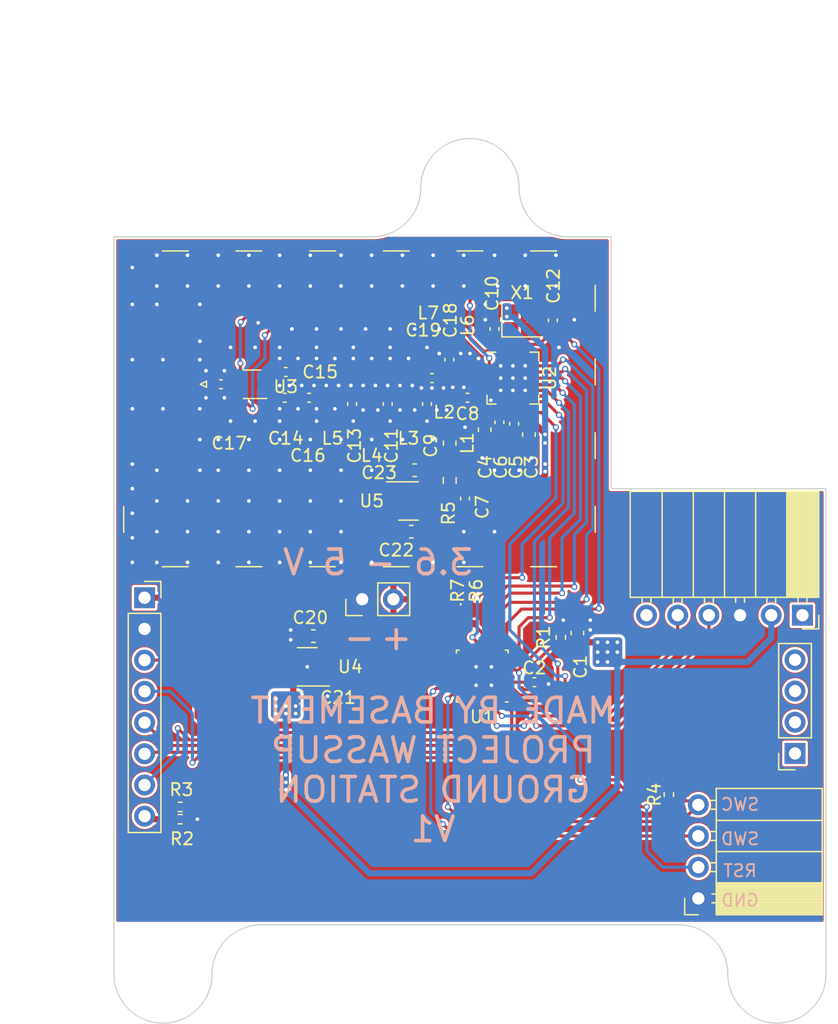
<source format=kicad_pcb>
(kicad_pcb (version 20211014) (generator pcbnew)
  (layers (0 "F.Cu" signal) (31 "B.Cu" signal) (34 "B.Paste" user) (35 "F.Paste" user) (36 "B.SilkS" user "B.Silkscreen") (37 "F.SilkS" user "F.Silkscreen") (38 "B.Mask" user) (39 "F.Mask" user) (44 "Edge.Cuts" user))
  (net 0 "")
  (net 1 "+3V3")
  (net 2 "GND")
  (net 3 "+3.3VA")
  (net 4 "Net-(C8-Pad1)")
  (net 5 "/TRX/TX_UM")
  (net 6 "/TRX/TX_M")
  (net 7 "Net-(C11-Pad2)")
  (net 8 "Net-(C12-Pad1)")
  (net 9 "/TRX/XOUT")
  (net 10 "Net-(C13-Pad2)")
  (net 11 "Net-(C14-Pad1)")
  (net 12 "/TRX/TX")
  (net 13 "/TRX/RX")
  (net 14 "Net-(C15-Pad2)")
  (net 15 "/TRX/TX_F")
  (net 16 "Net-(C17-Pad1)")
  (net 17 "/TRX/ANT")
  (net 18 "/TRX/RXp")
  (net 19 "/TRX/RXn")
  (net 20 "VCC")
  (net 21 "/MCU/D_CS")
  (net 22 "/MCU/D_RST")
  (net 23 "/MCU/D_A0")
  (net 24 "/MCU/D_SDA")
  (net 25 "/MCU/SD_SCK")
  (net 26 "/MCU/SD_MISO")
  (net 27 "/MCU/SD_MOSI")
  (net 28 "/MCU/SD_CS")
  (net 29 "/MCU/STA")
  (net 30 "/MCU/TX")
  (net 31 "/MCU/RX")
  (net 32 "/MCU/EN")
  (net 33 "/MCU/RST")
  (net 34 "/MCU/SWD")
  (net 35 "/MCU/SWC")
  (net 36 "Net-(L1-Pad2)")
  (net 37 "BATT")
  (net 38 "GPIO0")
  (net 39 "RF_IRQ")
  (net 40 "RF_SCK")
  (net 41 "RF_SDN")
  (net 42 "RF_CS")
  (net 43 "RF_MISO")
  (net 44 "RF_MOSI")
  (net 47 "GPIO1")
  (net 53 "/MCU/D_SCK")
  (net 57 "/TRX/GPIO2")
  (net 58 "/TRX/GPIO3")
  (net 62 "/MCU/D_LED")
  (footprint "Connector_PinHeader_2.54mm:PinHeader_1x02_P2.54mm_Vertical" (layer "F.Cu") (at 98.225 55.5 90)
    (fp_text reference "J6" hide)
    (fp_text value "BAT" hide)
  )
  (footprint "Capacitor_SMD:C_0402_1005Metric" (layer "F.Cu") (at 100.3 39.6 90)
    (fp_text reference "C11")
    (fp_text value "12pF")
  )
  (footprint "Capacitor_SMD:C_0603_1608Metric" (layer "F.Cu") (at 111.8 42.1 -90)
    (fp_text reference "C3")
    (fp_text value "4.7uF")
  )
  (footprint "Inductor_SMD:L_0402_1005Metric" (layer "F.Cu") (at 98.8 39.1 180)
    (fp_text reference "L4")
    (fp_text value "36nH")
  )
  (footprint "Capacitor_SMD:C_0402_1005Metric" (layer "F.Cu") (at 113.75 32.8 -90)
    (fp_text reference "C12")
    (fp_text value "100pF")
  )
  (footprint "Package_TO_SOT_SMD:SOT-363_SC-70-6" (layer "F.Cu") (at 89.25 38 180)
    (fp_text reference "U3")
    (fp_text value "AS179-92LF")
  )
  (footprint "Capacitor_SMD:C_0402_1005Metric" (layer "F.Cu") (at 105.325 36 -90)
    (fp_text reference "C18")
    (fp_text value "4.7pF")
  )
  (footprint "Capacitor_SMD:C_0603_1608Metric" (layer "F.Cu") (at 102.5 45 180)
    (fp_text reference "C23")
    (fp_text value "1uF")
  )
  (footprint "MountingHole:MountingHole_3mm" (layer "F.Cu") (at 82 86)
    (fp_text reference "H4" hide)
    (fp_text value "M3" hide)
  )
  (footprint "Resistor_SMD:R_0402_1005Metric" (layer "F.Cu") (at 83.4 72.4 180)
    (fp_text reference "R2")
    (fp_text value "12k")
  )
  (footprint "Capacitor_SMD:C_0402_1005Metric" (layer "F.Cu") (at 92 37 180)
    (fp_text reference "C15")
    (fp_text value "680pF")
  )
  (footprint "Package_DFN_QFN:QFN-20-1EP_4x4mm_P0.5mm_EP2.6x2.6mm_ThermalVias" (layer "F.Cu") (at 110.5 37.5)
    (fp_text reference "U2")
    (fp_text value "Si4463")
  )
  (footprint "Capacitor_SMD:C_0603_1608Metric" (layer "F.Cu") (at 94.25 58.5 180)
    (fp_text reference "C20")
    (fp_text value "1uF")
  )
  (footprint "Package_TO_SOT_SMD:SOT-23-5" (layer "F.Cu") (at 102 47.5)
    (fp_text reference "U5")
    (fp_text value "LP5907MFX-3.3")
  )
  (footprint "Capacitor_SMD:C_0402_1005Metric" (layer "F.Cu") (at 103.9 37.5 180)
    (fp_text reference "C19")
    (fp_text value "2.4pF")
  )
  (footprint "Capacitor_SMD:C_0603_1608Metric" (layer "F.Cu") (at 115.75 58.25 90)
    (fp_text reference "C1")
    (fp_text value "4.7uF")
  )
  (footprint "LED_SMD:LED_0402_1005Metric" (layer "F.Cu") (at 106.25 57 -90)
    (fp_text reference "R6")
    (fp_text value "12k")
  )
  (footprint "Capacitor_SMD:C_0402_1005Metric" (layer "F.Cu") (at 110.6 41.22 -90)
    (fp_text reference "C5")
    (fp_text value "0.1uF")
  )
  (footprint "Connector_PinSocket_2.54mm:PinSocket_1x06_P2.54mm_Horizontal" (layer "F.Cu") (at 134.08 56.8 -90)
    (fp_text reference "J3" hide)
    (fp_text value "UART/BT" hide)
  )
  (footprint "Capacitor_SMD:C_0402_1005Metric" (layer "F.Cu") (at 93.9 39.1)
    (fp_text reference "C16")
    (fp_text value "10pF")
  )
  (footprint "Resistor_SMD:R_0402_1005Metric" (layer "F.Cu") (at 123.2 71.4 90)
    (fp_text reference "R4")
    (fp_text value "12k")
  )
  (footprint "Capacitor_SMD:C_0603_1608Metric" (layer "F.Cu") (at 102.225 50)
    (fp_text reference "C22")
    (fp_text value "1uF")
  )
  (footprint "Connector_PinSocket_2.54mm:PinSocket_1x04_P2.54mm_Vertical" (layer "F.Cu") (at 133.475 68.05 180)
    (fp_text reference "J2" hide)
    (fp_text value "SD" hide)
  )
  (footprint "RF_Shielding:Laird_Technologies_BMI-S-205-F_38.10x25.40mm" (layer "F.Cu") (at 98 40)
    (fp_text reference "J7" hide)
    (fp_text value "RFShield_OnePiece" hide)
  )
  (footprint "Inductor_SMD:L_0402_1005Metric" (layer "F.Cu") (at 101.9 39.1 180)
    (fp_text reference "L3")
    (fp_text value "30nH")
  )
  (footprint "Capacitor_SMD:C_0402_1005Metric" (layer "F.Cu") (at 97.4 39.6 90)
    (fp_text reference "C13")
    (fp_text value "10pF")
  )
  (footprint "Inductor_SMD:L_0402_1005Metric" (layer "F.Cu") (at 95.9 39.1 180)
    (fp_text reference "L5")
    (fp_text value "22nH")
  )
  (footprint "Capacitor_SMD:C_0402_1005Metric" (layer "F.Cu") (at 103.5 39.6 90)
    (fp_text reference "C9")
    (fp_text value "15pF")
  )
  (footprint "Capacitor_SMD:C_0402_1005Metric" (layer "F.Cu") (at 109 33.5 90)
    (fp_text reference "C10")
    (fp_text value "10nF")
  )
  (footprint "Resistor_SMD:R_0402_1005Metric" (layer "F.Cu") (at 83.4 73.4)
    (fp_text reference "R3")
    (fp_text value "12k")
  )
  (footprint "MountingHole:MountingHole_3mm" (layer "F.Cu") (at 107 22)
    (fp_text reference "H2" hide)
    (fp_text value "M3" hide)
  )
  (footprint "Inductor_SMD:L_0402_1005Metric" (layer "F.Cu") (at 103.9 36.5 180)
    (fp_text reference "L7")
    (fp_text value "56nH")
  )
  (footprint "Capacitor_SMD:C_0402_1005Metric" (layer "F.Cu") (at 106.6 47.3 90)
    (fp_text reference "C7")
    (fp_text value "0.1uF")
  )
  (footprint "Inductor_SMD:L_0402_1005Metric" (layer "F.Cu") (at 104.9 39.1 180)
    (fp_text reference "L2")
    (fp_text value "33nH")
  )
  (footprint "Resistor_SMD:R_0603_1608Metric" (layer "F.Cu") (at 105.35 45.825 90)
    (fp_text reference "R5")
    (fp_text value "24")
  )
  (footprint "Inductor_SMD:L_0402_1005Metric" (layer "F.Cu") (at 106.3 37 90)
    (fp_text reference "L6")
    (fp_text value "62nH")
  )
  (footprint "Connector_PinSocket_2.54mm:PinSocket_1x04_P2.54mm_Horizontal" (layer "F.Cu") (at 125.6 79.85 180)
    (fp_text reference "J4" hide)
    (fp_text value "DEBUG" hide)
  )
  (footprint "Connector_PinSocket_2.54mm:PinSocket_1x08_P2.54mm_Vertical" (layer "F.Cu") (at 80.5 55.375)
    (fp_text reference "J1" hide)
    (fp_text value "LCD" hide)
  )
  (footprint "Capacitor_SMD:C_0402_1005Metric" (layer "F.Cu") (at 91.92 39.1)
    (fp_text reference "C14")
    (fp_text value "680pF")
  )
  (footprint "Package_TO_SOT_SMD:SOT-23-5" (layer "F.Cu") (at 93.75 61 180)
    (fp_text reference "U4")
    (fp_text value "LP5907MFX-3.3")
  )
  (footprint "Connector_Coaxial:SMA_Molex_73251-1153_EdgeMount_Horizontal" (layer "F.Cu") (at 83.04 38)
    (fp_text reference "J5" hide)
    (fp_text value "SMA" hide)
  )
  (footprint "Capacitor_SMD:C_0603_1608Metric" (layer "F.Cu") (at 108.2 41.7 -90)
    (fp_text reference "C4")
    (fp_text value "4.7uF")
  )
  (footprint "LED_SMD:LED_0402_1005Metric" (layer "F.Cu") (at 107.25 57 90)
    (fp_text reference "R7")
    (fp_text value "12k")
  )
  (footprint "Capacitor_SMD:C_0402_1005Metric" (layer "F.Cu") (at 86.72 38 180)
    (fp_text reference "C17")
    (fp_text value "680pF")
  )
  (footprint "Resistor_SMD:R_0402_1005Metric" (layer "F.Cu") (at 114.4 58.6 -90)
    (fp_text reference "R1")
    (fp_text value "12k")
  )
  (footprint "Crystal:Crystal_SMD_2520-4Pin_2.5x2.0mm" (layer "F.Cu") (at 111.25 32.75)
    (fp_text reference "X1")
    (fp_text value "TCXO 30 MHz")
  )
  (footprint "Capacitor_SMD:C_0402_1005Metric" (layer "F.Cu") (at 109.4 41.1 -90)
    (fp_text reference "C6")
    (fp_text value "0.1uF")
  )
  (footprint "Package_DFN_QFN:QFN-28_4x4mm_P0.5mm" (layer "F.Cu") (at 108 61.75 180)
    (fp_text reference "U1")
    (fp_text value "STM32G071GBU")
  )
  (footprint "Capacitor_SMD:C_0402_1005Metric" (layer "F.Cu") (at 112.25 62.25)
    (fp_text reference "C2")
    (fp_text value "0.1uF")
  )
  (footprint "Capacitor_SMD:C_0603_1608Metric" (layer "F.Cu") (at 93.25 63.5)
    (fp_text reference "C21")
    (fp_text value "1uF")
  )
  (footprint "Capacitor_SMD:C_0402_1005Metric" (layer "F.Cu") (at 106.8 39.1)
    (fp_text reference "C8")
    (fp_text value "9.1pF")
  )
  (footprint "Inductor_SMD:L_0603_1608Metric" (layer "F.Cu") (at 105.35 42.8 -90)
    (fp_text reference "L1")
    (fp_text value "220nH")
  )
  (footprint "MountingHole:MountingHole_3mm" (layer "F.Cu") (at 132 86)
    (fp_text reference "H3" hide)
    (fp_text value "M3" hide)
  )
  (gr_arc (start 132 90) (mid 129.171573 88.828427) (end 128 86) (layer "Edge.Cuts") (width 0.1))
  (gr_arc (start 86 86) (mid 87.171573 83.171573) (end 90 82) (layer "Edge.Cuts") (width 0.1))
  (gr_line (start 78 26) (end 99 26) (layer "Edge.Cuts") (width 0.1))
  (gr_arc (start 82 90) (mid 79.171573 88.828427) (end 78 86) (layer "Edge.Cuts") (width 0.1))
  (gr_arc (start 136 86) (mid 134.828427 88.828427) (end 132 90) (layer "Edge.Cuts") (width 0.1))
  (gr_arc (start 107 18) (mid 109.828427 19.171573) (end 111 22) (layer "Edge.Cuts") (width 0.1))
  (gr_line (start 124 82) (end 90 82) (layer "Edge.Cuts") (width 0.1))
  (gr_line (start 78 86) (end 78 26) (layer "Edge.Cuts") (width 0.1))
  (gr_line (start 136 46.5) (end 136 86) (layer "Edge.Cuts") (width 0.1))
  (gr_arc (start 124 82) (mid 126.828427 83.171573) (end 128 86) (layer "Edge.Cuts") (width 0.1))
  (gr_line (start 118.5 46.5) (end 118.5 26) (layer "Edge.Cuts") (width 0.1))
  (gr_arc (start 86 86) (mid 84.828427 88.828427) (end 82 90) (layer "Edge.Cuts") (width 0.1))
  (gr_arc (start 115 26) (mid 112.171573 24.828427) (end 111 22) (layer "Edge.Cuts") (width 0.1))
  (gr_line (start 136 46.5) (end 118.5 46.5) (layer "Edge.Cuts") (width 0.1))
  (gr_line (start 118.5 26) (end 115 26) (layer "Edge.Cuts") (width 0.1))
  (gr_arc (start 103 22) (mid 101.828427 24.828427) (end 99 26) (layer "Edge.Cuts") (width 0.1))
  (gr_arc (start 103 22) (mid 104.171573 19.171573) (end 107 18) (layer "Edge.Cuts") (width 0.1))
  (gr_text "-" (at 98 58.6) (layer "B.SilkS") (effects (font (size 2 2) (thickness 0.3)) (justify mirror)))
  (gr_text "+" (at 101 58.6) (layer "B.SilkS") (effects (font (size 2 2) (thickness 0.3)) (justify mirror)))
  (gr_text "SWC\n" (at 129 72.2) (layer "B.SilkS") (effects (font (size 1 1)) (justify mirror)))
  (gr_text "GND" (at 129 80) (layer "B.SilkS") (effects (font (size 1 1)) (justify mirror)))
  (gr_text "RST" (at 129 77.6) (layer "B.SilkS") (effects (font (size 1 1)) (justify mirror)))
  (gr_text "MADE BY BASEMENT\nPROJECT WASSUP\nGROUND STATION\nV1" (at 104 69.4) (layer "B.SilkS") (effects (font (size 2 2) (thickness 0.3)) (justify mirror)))
  (gr_text "SWD" (at 129 75) (layer "B.SilkS") (effects (font (size 1 1)) (justify mirror)))
  (gr_text "3.6 - 5 V" (at 99.5 52.5) (layer "B.SilkS") (effects (font (size 2 2) (thickness 0.3)) (justify mirror)))
  (segment (start 92 70.4) (end 92 69.8) (width 0.5) (layer "F.Cu") (net 1))
  (segment (start 80.5 55.375) (end 83.375 55.375) (width 0.5) (layer "F.Cu") (net 1))
  (segment (start 92 71) (end 92 70.4) (width 0.5) (layer "F.Cu") (net 1))
  (segment (start 111.77 62.25) (end 111.77 61.23) (width 0.25) (layer "F.Cu") (net 1))
  (segment (start 92.4875 63.4875) (end 92.475 63.5) (width 0.5) (layer "F.Cu") (net 1))
  (segment (start 90.6 72.4) (end 92 71) (width 0.5) (layer "F.Cu") (net 1))
  (segment (start 92.5875 63.3875) (end 92.4875 63.4875) (width 0.5) (layer "F.Cu") (net 1))
  (segment (start 92.6125 63.3625) (end 92.5875 63.3875) (width 0.5) (layer "F.Cu") (net 1))
  (segment (start 90 62) (end 92.5625 62) (width 0.5) (layer "F.Cu") (net 1))
  (segment (start 111.77 61.23) (end 113.975 59.025) (width 0.25) (layer "F.Cu") (net 1))
  (segment (start 92.6125 61.95) (end 92.6125 62.3875) (width 0.5) (layer "F.Cu") (net 1))
  (segment (start 92.5625 62) (end 92.6125 61.95) (width 0.5) (layer "F.Cu") (net 1))
  (segment (start 92.6125 62.7875) (end 92.6125 63.3625) (width 0.5) (layer "F.Cu") (net 1))
  (segment (start 113.975 59.025) (end 115.75 59.025) (width 0.25) (layer "F.Cu") (net 1))
  (segment (start 115.775 59) (end 115.75 59.025) (width 0.5) (layer "F.Cu") (net 1))
  (segment (start 83.91 72.4) (end 90.6 72.4) (width 0.5) (layer "F.Cu") (net 1))
  (segment (start 109.9375 62.25) (end 111.77 62.25) (width 0.25) (layer "F.Cu") (net 1))
  (segment (start 119 59) (end 115.775 59) (width 0.5) (layer "F.Cu") (net 1))
  (segment (start 92.6125 62.3875) (end 92.6125 62.7875) (width 0.5) (layer "F.Cu") (net 1))
  (segment (start 83.375 55.375) (end 90 62) (width 0.5) (layer "F.Cu") (net 1))
  (via (at 92 70.4) (size 0.5) (drill 0.3) (layers "F.Cu" "B.Cu") (net 1))
  (via (at 118.2 59.8) (size 0.5) (drill 0.3) (layers "F.Cu" "B.Cu") (net 1))
  (via (at 118.2 59) (size 0.5) (drill 0.3) (layers "F.Cu" "B.Cu") (net 1))
  (via (at 119 59) (size 0.5) (drill 0.3) (layers "F.Cu" "B.Cu") (net 1))
  (via (at 92 71) (size 0.5) (drill 0.3) (layers "F.Cu" "B.Cu") (net 1))
  (via (at 92 69.8) (size 0.5) (drill 0.3) (layers "F.Cu" "B.Cu") (net 1))
  (via (at 92.8 64.8) (size 0.5) (drill 0.3) (layers "F.Cu" "B.Cu") (net 1))
  (via (at 92 64.8) (size 0.5) (drill 0.3) (layers "F.Cu" "B.Cu") (net 1))
  (via (at 118.2 60.6) (size 0.5) (drill 0.3) (layers "F.Cu" "B.Cu") (net 1))
  (via (at 92.8 64.2) (size 0.5) (drill 0.3) (layers "F.Cu" "B.Cu") (net 1))
  (via (at 92 64.2) (size 0.5) (drill 0.3) (layers "F.Cu" "B.Cu") (net 1))
  (via (at 119 59.8) (size 0.5) (drill 0.3) (layers "F.Cu" "B.Cu") (net 1))
  (via (at 91.2 64.2) (size 0.5) (drill 0.3) (layers "F.Cu" "B.Cu") (net 1))
  (via (at 91.2 63.6) (size 0.5) (drill 0.3) (layers "F.Cu" "B.Cu") (net 1))
  (via (at 117.4 59) (size 0.5) (drill 0.3) (layers "F.Cu" "B.Cu") (net 1))
  (via (at 91.2 64.8) (size 0.5) (drill 0.3) (layers "F.Cu" "B.Cu") (net 1))
  (via (at 117.4 59.8) (size 0.5) (drill 0.3) (layers "F.Cu" "B.Cu") (net 1))
  (via (at 117.4 60.6) (size 0.5) (drill 0.3) (layers "F.Cu" "B.Cu") (net 1))
  (segment (start 98.8 77.8) (end 112 77.8) (width 0.5) (layer "B.Cu") (net 1))
  (segment (start 119 60.6) (end 119.4 60.6) (width 0.5) (layer "B.Cu") (net 1))
  (segment (start 112 77.8) (end 119 70.8) (width 0.5) (layer "B.Cu") (net 1))
  (segment (start 131.54 58.66) (end 131.54 57) (width 0.5) (layer "B.Cu") (net 1))
  (segment (start 119 61.2) (end 119 60.6) (width 0.5) (layer "B.Cu") (net 1))
  (segment (start 119.4 60.6) (end 119.8 60.6) (width 0.5) (layer "B.Cu") (net 1))
  (segment (start 121.2 60.6) (end 129.6 60.6) (width 0.5) (layer "B.Cu") (net 1))
  (segment (start 129.6 60.6) (end 131.54 58.66) (width 0.5) (layer "B.Cu") (net 1))
  (segment (start 119 61.4) (end 119 61.2) (width 0.5) (layer "B.Cu") (net 1))
  (segment (start 92 64.2) (end 92 71) (width 0.5) (layer "B.Cu") (net 1))
  (segment (start 92 71) (end 98.8 77.8) (width 0.5) (layer "B.Cu") (net 1))
  (segment (start 119.8 60.6) (end 120.2 60.6) (width 0.5) (layer "B.Cu") (net 1))
  (segment (start 119 70.8) (end 119 61.4) (width 0.5) (layer "B.Cu") (net 1))
  (segment (start 120.2 60.6) (end 121.2 60.6) (width 0.5) (layer "B.Cu") (net 1))
  (segment (start 111.7 34.3) (end 110.75 34.3) (width 0.25) (layer "F.Cu") (net 2))
  (segment (start 112.4 33.6) (end 111.7 34.3) (width 0.25) (layer "F.Cu") (net 2))
  (segment (start 112.4 33.475) (end 112.4 33.6) (width 0.25) (layer "F.Cu") (net 2))
  (segment (start 110.5 34.55) (end 110.275 34.325) (width 0.25) (layer "F.Cu") (net 2))
  (segment (start 110.5 34.775) (end 110.5 34.55) (width 0.25) (layer "F.Cu") (net 2))
  (segment (start 110.75 34.3) (end 110.3 34.3) (width 0.25) (layer "F.Cu") (net 2))
  (segment (start 110.5 35.575) (end 110.5 34.775) (width 0.25) (layer "F.Cu") (net 2))
  (segment (start 110.3 34.3) (end 110.275 34.325) (width 0.25) (layer "F.Cu") (net 2))
  (segment (start 110.75 34.3) (end 110.5 34.55) (width 0.25) (layer "F.Cu") (net 2))
  (via (at 96 40) (size 0.5) (drill 0.3) (layers "F.Cu" "B.Cu") (net 2))
  (via (at 106.6 41.5) (size 0.5) (drill 0.3) (layers "F.Cu" "B.Cu") (net 2))
  (via (at 92.4 58) (size 0.5) (drill 0.3) (layers "F.Cu" "B.Cu") (net 2))
  (via (at 85.5 36.9) (size 0.5) (drill 0.3) (layers "F.Cu" "B.Cu") (net 2))
  (via (at 96.3 38.1) (size 0.5) (drill 0.3) (layers "F.Cu" "B.Cu") (net 2))
  (via (at 111.5 30) (size 0.5) (drill 0.3) (layers "F.Cu" "B.Cu") (net 2))
  (via (at 81.5 30) (size 0.5) (drill 0.3) (layers "F.Cu" "B.Cu") (net 2))
  (via (at 97.5 35.9) (size 0.5) (drill 0.3) (layers "F.Cu" "B.Cu") (net 2))
  (via (at 103.9 38.3) (size 0.5) (drill 0.3) (layers "F.Cu" "B.Cu") (net 2))
  (via (at 79.5 28.5) (size 0.5) (drill 0.3) (layers "F.Cu" "B.Cu") (net 2))
  (via (at 108.7 39.3) (size 0.5) (drill 0.3) (layers "F.Cu" "B.Cu") (net 2))
  (via (at 108.25 31.5) (size 0.5) (drill 0.3) (layers "F.Cu" "B.Cu") (net 2))
  (via (at 96.5 33.5) (size 0.5) (drill 0.3) (layers "F.Cu" "B.Cu") (net 2))
  (via (at 102.5 33.5) (size 0.5) (drill 0.3) (layers "F.Cu" "B.Cu") (net 2))
  (via (at 94 47.5) (size 0.5) (drill 0.3) (layers "F.Cu" "B.Cu") (net 2))
  (via (at 109.5 38.5) (size 0.5) (drill 0.3) (layers "F.Cu" "B.Cu") (net 2))
  (via (at 109 45) (size 0.5) (drill 0.3) (layers "F.Cu" "B.Cu") (net 2))
  (via (at 79.5 46.5) (size 0.5) (drill 0.3) (layers "F.Cu" "B.Cu") (net 2))
  (via (at 91.5 52.5) (size 0.5) (drill 0.3) (layers "F.Cu" "B.Cu") (net 2))
  (via (at 89 47.5) (size 0.5) (drill 0.3) (layers "F.Cu" "B.Cu") (net 2))
  (via (at 93 40) (size 0.5) (drill 0.3) (layers "F.Cu" "B.Cu") (net 2))
  (via (at 109.5 37.5) (size 0.5) (drill 0.3) (layers "F.Cu" "B.Cu") (net 2))
  (via (at 107.5 62.5) (size 0.5) (drill 0.3) (layers "F.Cu" "B.Cu") (net 2))
  (via (at 100.5 35.9) (size 0.5) (drill 0.3) (layers "F.Cu" "B.Cu") (net 2))
  (via (at 110.5 37.5) (size 0.5) (drill 0.3) (layers "F.Cu" "B.Cu") (net 2))
  (via (at 96.5 45) (size 0.5) (drill 0.3) (layers "F.Cu" "B.Cu") (net 2))
  (via (at 112 44) (size 0.5) (drill 0.3) (layers "F.Cu" "B.Cu") (net 2))
  (via (at 103.5 41) (size 0.5) (drill 0.3) (layers "F.Cu" "B.Cu") (net 2))
  (via (at 104.5 35.5) (size 0.5) (drill 0.3) (layers "F.Cu" "B.Cu") (net 2))
  (via (at 89.5 41) (size 0.5) (drill 0.3) (layers "F.Cu" "B.Cu") (net 2))
  (via (at 93.3 38.1) (size 0.5) (drill 0.3) (layers "F.Cu" "B.Cu") (net 2))
  (via (at 81.5 50) (size 0.5) (drill 0.3) (layers "F.Cu" "B.Cu") (net 2))
  (via (at 106.5 52.5) (size 0.5) (drill 0.3) (layers "F.Cu" "B.Cu") (net 2))
  (via (at 84 50) (size 0.5) (drill 0.3) (layers "F.Cu" "B.Cu") (net 2))
  (via (at 89 30) (size 0.5) (drill 0.3) (layers "F.Cu" "B.Cu") (net 2))
  (via (at 96.5 50) (size 0.5) (drill 0.3) (layers "F.Cu" "B.Cu") (net 2))
  (via (at 79.5 40) (size 0.5) (drill 0.3) (layers "F.Cu" "B.Cu") (net 2))
  (via (at 87 36.9) (size 0.5) (drill 0.3) (layers "F.Cu" "B.Cu") (net 2))
  (via (at 99.3 38.1) (size 0.5) (drill 0.3) (layers "F.Cu" "B.Cu") (net 2))
  (via (at 108.25 32.75) (size 0.5) (drill 0.3) (layers "F.Cu" "B.Cu") (net 2))
  (via (at 95.4 63.4) (size 0.5) (drill 0.3) (layers "F.Cu" "B.Cu") (net 2))
  (via (at 94.3 38.1) (size 0.5) (drill 0.3) (layers "F.Cu" "B.Cu") (net 2))
  (via (at 91.5 27.5) (size 0.5) (drill 0.3) (layers "F.Cu" "B.Cu") (net 2))
  (via (at 97.5 41) (size 0.5) (drill 0.3) (layers "F.Cu" "B.Cu") (net 2))
  (via (at 104 30) (size 0.5) (drill 0.3) (layers "F.Cu" "B.Cu") (net 2))
  (via (at 79.5 52.5) (size 0.5) (drill 0.3) (layers "F.Cu" "B.Cu") (net 2))
  (via (at 96.5 42.5) (size 0.5) (drill 0.3) (layers "F.Cu" "B.Cu") (net 2))
  (via (at 101.3 40.1) (size 0.5) (drill 0.3) (layers "F.Cu" "B.Cu") (net 2))
  (via (at 85 31.5) (size 0.5) (drill 0.3) (layers "F.Cu" "B.Cu") (net 2))
  (via (at 82 40) (size 0.5) (drill 0.3) (layers "F.Cu" "B.Cu") (net 2))
  (via (at 99 52.5) (size 0.5) (drill 0.3) (layers "F.Cu" "B.Cu") (net 2))
  (via (at 102 35.9) (size 0.5) (drill 0.3) (layers "F.Cu" "B.Cu") (net 2))
  (via (at 109 27.5) (size 0.5) (drill 0.3) (layers "F.Cu" "B.Cu") (net 2))
  (via (at 104.85 38.3) (size 0.5) (drill 0.3) (layers "F.Cu" "B.Cu") (net 2))
  (via (at 104 42.5) (size 0.5) (drill 0.3) (layers "F.Cu" "B.Cu") (net 2))
  (via (at 85 36) (size 0.5) (drill 0.3) (layers "F.Cu" "B.Cu") (net 2))
  (via (at 94.5 35.9) (size 0.5) (drill 0.3) (layers "F.Cu" "B.Cu") (net 2))
  (via (at 81.5 31.5) (size 0.5) (drill 0.3) (layers "F.Cu" "B.Cu") (net 2))
  (via (at 111.5 38.5) (size 0.5) (drill 0.3) (layers "F.Cu" "B.Cu") (net 2))
  (via (at 114.25 35) (size 0.5) (drill 0.3) (layers "F.Cu" "B.Cu") (net 2))
  (via (at 93.75 61) (size 0.5) (drill 0.3) (layers "F.Cu" "B.Cu") (net 2))
  (via (at 105.6 38.25) (size 0.5) (drill 0.3) (layers "F.Cu" "B.Cu") (net 2))
  (via (at 91.5 30) (size 0.5) (drill 0.3) (layers "F.Cu" "B.Cu") (net 2))
  (via (at 84 47.5) (size 0.5) (drill 0.3) (layers "F.Cu" "B.Cu") (net 2))
  (via (at 89 42.5) (size 0.5) (drill 0.3) (layers "F.Cu" "B.Cu") (net 2))
  (via (at 94 52.5) (size 0.5) (drill 0.3) (layers "F.Cu" "B.Cu") (net 2))
  (via (at 94 45) (size 0.5) (drill 0.3) (layers "F.Cu" "B.Cu") (net 2))
  (via (at 98.3 38.1) (size 0.5) (drill 0.3) (layers "F.Cu" "B.Cu") (net 2))
  (via (at 94 27.5) (size 0.5) (drill 0.3) (layers "F.Cu" "B.Cu") (net 2))
  (via (at 91.5 42.5) (size 0.5) (drill 0.3) (layers "F.Cu" "B.Cu") (net 2))
  (via (at 92.5 33.5) (size 0.5) (drill 0.3) (layers "F.Cu" "B.Cu") (net 2))
  (via (at 101.5 27.5) (size 0.5) (drill 0.3) (layers "F.Cu" "B.Cu") (net 2))
  (via (at 86.5 52.5) (size 0.5) (drill 0.3) (layers "F.Cu" "B.Cu") (net 2))
  (via (at 114 30) (size 0.5) (drill 0.3) (layers "F.Cu" "B.Cu") (net 2))
  (via (at 87.5 35) (size 0.5) (drill 0.3) (layers "F.Cu" "B.Cu") (net 2))
  (via (at 99 45) (size 0.5) (drill 0.3) (layers "F.Cu" "B.Cu") (net 2))
  (via (at 109 50) (size 0.5) (drill 0.3) (layers "F.Cu" "B.Cu") (net 2))
  (via (at 85 45) (size 0.5) (drill 0.3) (layers "F.Cu" "B.Cu") (net 2))
  (via (at 91.5 38.1) (size 0.5) (drill 0.3) (layers "F.Cu" "B.Cu") (net 2))
  (via (at 89 27.5) (size 0.5) (drill 0.3) (layers "F.Cu" "B.Cu") (net 2))
  (via (at 103.05 38.3) (size 0.5) (drill 0.3) (layers "F.Cu" "B.Cu") (net 2))
  (via (at 103.5 35) (size 0.5) (drill 0.3) (layers "F.Cu" "B.Cu") (net 2))
  (via (at 94 30) (size 0.5) (drill 0.3) (layers "F.Cu" "B.Cu") (net 2))
  (via (at 89.75 33) (size 0.5) (drill 0.3) (layers "F.Cu" "B.Cu") (net 2))
  (via (at 96.5 47.5) (size 0.5) (drill 0.3) (layers "F.Cu" "B.Cu") (net 2))
  (via (at 96 35.9) (size 0.5) (drill 0.3) (layers "F.Cu" "B.Cu") (net 2))
  (via (at 116.8 58) (size 0.5) (drill 0.3) (layers "F.Cu" "B.Cu") (net 2))
  (via (at 106.5 30) (size 0.5) (drill 0.3) (layers "F.Cu" "B.Cu") (net 2))
  (via (at 94.5 35) (size 0.5) (drill 0.3) (layers "F.Cu" "B.Cu") (net 2))
  (via (at 104.5 33.5) (size 0.5) (drill 0.3) (layers "F.Cu" "B.Cu") (net 2))
  (via (at 89.5 35) (size 0.5) (drill 0.3) (layers "F.Cu" "B.Cu") (net 2))
  (via (at 97.5 35) (size 0.5) (drill 0.3) (layers "F.Cu" "B.Cu") (net 2))
  (via (at 114 27.5) (size 0.5) (drill 0.3) (layers "F.Cu" "B.Cu") (net 2))
  (via (at 104 27.5) (size 0.5) (drill 0.3) (layers "F.Cu" "B.Cu") (net 2))
  (via (at 111 45) (size 0.5) (drill 0.3) (layers "F.Cu" "B.Cu") (net 2))
  (via (at 86.5 45) (size 0.5) (drill 0.3) (layers "F.Cu" "B.Cu") (net 2))
  (via (at 94.5 40) (size 0.5) (drill 0.3) (layers "F.Cu" "B.Cu") (net 2))
  (via (at 84 27.5) (size 0.5) (drill 0.3) (layers "F.Cu" "B.Cu") (net 2))
  (via (at 104 52.5) (size 0.5) (drill 0.3) (layers "F.Cu" "B.Cu") (net 2))
  (via (at 99.5 40.1) (size 0.5) (drill 0.3) (layers "F.Cu" "B.Cu") (net 2))
  (via (at 98.5 33.5) (size 0.5) (drill 0.3) (layers "F.Cu" "B.Cu") (net 2))
  (via (at 85.5 39.1) (size 0.5) (drill 0.3) (layers "F.Cu" "B.Cu") (net 2))
  (via (at 97.3 38.1) (size 0.5) (drill 0.3) (layers "F.Cu" "B.Cu") (net 2))
  (via (at 89 45) (size 0.5) (drill 0.3) (layers "F.Cu" "B.Cu") (net 2))
  (via (at 81.5 27.5) (size 0.5) (drill 0.3) (layers "F.Cu" "B.Cu") (net 2))
  (via (at 79.5 36) (size 0.5) (drill 0.3) (layers "F.Cu" "B.Cu") (net 2))
  (via (at 96.5 27.5) (size 0.5) (drill 0.3) (layers "F.Cu" "B.Cu") (net 2))
  (via (at 110.5 36.5) (size 0.5) (drill 0.3) (layers "F.Cu" "B.Cu") (net 2))
  (via (at 84.8 73.4) (size 0.5) (drill 0.3) (layers "F.Cu" "B.Cu") (net 2))
  (via (at 79.5 31.5) (size 0.5) (drill 0.3) (layers "F.Cu" "B.Cu") (net 2))
  (via (at 106.25 35.5) (size 0.5) (drill 0.3) (layers "F.Cu" "B.Cu") (net 2))
  (via (at 91.5 50) (size 0.5) (drill 0.3) (layers "F.Cu" "B.Cu") (net 2))
  (via (at 99 35.9) (size 0.5) (drill 0.3) (layers "F.Cu" "B.Cu") (net 2))
  (via (at 106.5 38.25) (size 0.5) (drill 0.3) (layers "F.Cu" "B.Cu") (net 2))
  (via (at 106.5 27.5) (size 0.5) (drill 0.3) (layers "F.Cu" "B.Cu") (net 2))
  (via (at 94 42.5) (size 0.5) (drill 0.3) (layers "F.Cu" "B.Cu") (net 2))
  (via (at 86.5 42.5) (size 0.5) (drill 0.3) (layers "F.Cu" "B.Cu") (net 2))
  (via (at 99 42.5) (size 0.5) (drill 0.3) (layers "F.Cu" "B.Cu") (net 2))
  (via (at 104.3 40.1) (size 0.5) (drill 0.3) (layers "F.Cu" "B.Cu") (net 2))
  (via (at 79.5 48.5) (size 0.5) (drill 0.3) (layers "F.Cu" "B.Cu") (net 2))
  (via (at 96.5 52.5) (size 0.5) (drill 0.3) (layers "F.Cu" "B.Cu") (net 2))
  (via (at 108.75 61) (size 0.5) (drill 0.3) (layers "F.Cu" "B.Cu") (net 2))
  (via (at 100.3 38.1) (size 0.5) (drill 0.3) (layers "F.Cu" "B.Cu") (net 2))
  (via (at 100.5 41) (size 0.5) (drill 0.3) (layers "F.Cu" "B.Cu") (net 2))
  (via (at 106.5 50) (size 0.5) (drill 0.3) (layers "F.Cu" "B.Cu") (net 2))
  (via (at 102.3 38.1) (size 0.5) (drill 0.3) (layers "F.Cu" "B.Cu") (net 2))
  (via (at 98.3 40.1) (size 0.5) (drill 0.3) (layers "F.Cu" "B.Cu") (net 2))
  (via (at 107.5 61) (size 0.5) (drill 0.3) (layers "F.Cu" "B.Cu") (net 2))
  (via (at 114.6 57.2) (size 0.5) (drill 0.3) (layers "F.Cu" "B.Cu") (net 2))
  (via (at 116.8 57.2) (size 0.5) (drill 0.3) (layers "F.Cu" "B.Cu") (net 2))
  (via (at 109.25 30) (size 0.5) (drill 0.3) (layers "F.Cu" "B.Cu") (net 2))
  (via (at 86.5 30) (size 0.5) (drill 0.3) (layers "F.Cu" "B.Cu") (net 2))
  (via (at 87.5 41) (size 0.5) (drill 0.3) (layers "F.Cu" "B.Cu") (net 2))
  (via (at 79.5 44.5) (size 0.5) (drill 0.3) (layers "F.Cu" "B.Cu") (net 2))
  (via (at 84 30) (size 0.5) (drill 0.3) (layers "F.Cu" "B.Cu") (net 2))
  (via (at 89 52.5) (size 0.5) (drill 0.3) (layers "F.Cu" "B.Cu") (net 2))
  (via (at 111.5 37.5) (size 0.5) (drill 0.3) (layers "F.Cu" "B.Cu") (net 2))
  (via (at 81.5 47.5) (size 0.5) (drill 0.3) (layers "F.Cu" "B.Cu") (net 2))
  (via (at 86.5 50) (size 0.5) (drill 0.3) (layers "F.Cu" "B.Cu") (net 2))
  (via (at 110.5 38.5) (size 0.5) (drill 0.3) (layers "F.Cu" "B.Cu") (net 2))
  (via (at 95.3 38.1) (size 0.5) (drill 0.3) (layers "F.Cu" "B.Cu") (net 2))
  (via (at 81.5 52.5) (size 0.5) (drill 0.3) (layers "F.Cu" "B.Cu") (net 2))
  (via (at 100.5 35) (size 0.5) (drill 0.3) (layers "F.Cu" "B.Cu") (net 2))
  (via (at 107.7 35.9) (size 0.5) (drill 0.3) (layers "F.Cu" "B.Cu") (net 2))
  (via (at 105.1 40.1) (size 0.5) (drill 0.3) (layers "F.Cu" "B.Cu") (net 2))
  (via (at 101.3 38.1) (size 0.5) (drill 0.3) (layers "F.Cu" "B.Cu") (net 2))
  (via (at 91.5 41) (size 0.5) (drill 0.3) (layers "F.Cu" "B.Cu") (net 2))
  (via (at 113.4 62.4) (size 0.5) (drill 0.3) (layers "F.Cu" "B.Cu") (net 2))
  (via (at 85 40) (size 0.5) (drill 0.3) (layers "F.Cu" "B.Cu") (net 2))
  (via (at 99 27.5) (size 0.5) (drill 0.3) (layers "F.Cu" "B.Cu") (net 2))
  (via (at 108 44) (size 0.5) (drill 0.3) (layers "F.Cu" "B.Cu") (net 2))
  (via (at 92.4 58.8) (size 0.5) (drill 0.3) (layers "F.Cu" "B.Cu") (net 2))
  (via (at 99 30) (size 0.5) (drill 0.3) (layers "F.Cu" "B.Cu") (net 2))
  (via (at 94.5 33.5) (size 0.5) (drill 0.3) (layers "F.Cu" "B.Cu") (net 2))
  (via (at 91.5 35.9) (size 0.5) (drill 0.3) (layers "F.Cu" "B.Cu") (net 2))
  (via (at 108.75 62.5) (size 0.5) (drill 0.3) (layers "F.Cu" "B.Cu") (net 2))
  (via (at 111.5 27.5) (size 0.5) (drill 0.3) (layers "F.Cu" "B.Cu") (net 2))
  (via (at 81.5 45) (size 0.5) (drill 0.3) (layers "F.Cu" "B.Cu") (net 2))
  (via (at 94 50) (size 0.5) (drill 0.3) (layers "F.Cu" "B.Cu") (net 2))
  (via (at 101.5 42.5) (size 0.5) (drill 0.3) (layers "F.Cu" "B.Cu") (net 2))
  (via (at 86.5 27.5) (size 0.5) (drill 0.3) (layers "F.Cu" "B.Cu") (net 2))
  (via (at 96.5 30) (size 0.5) (drill 0.3) (layers "F.Cu" "B.Cu") (net 2))
  (via (at 100.5 33.5) (size 0.5) (drill 0.3) (layers "F.Cu" "B.Cu") (net 2))
  (via (at 93 35.9) (size 0.5) (drill 0.3) (layers "F.Cu" "B.Cu") (net 2))
  (via (at 91.5 40) (size 0.5) (drill 0.3) (layers "F.Cu" "B.Cu") (net 2))
  (via (at 79.5 50.5) (size 0.5) (drill 0.3) (layers "F.Cu" "B.Cu") (net 2))
  (via (at 107 35.5) (size 0.5) (drill 0.3) (layers "F.Cu" "B.Cu") (net 2))
  (via (at 111.5 36.5) (size 0.5) (drill 0.3) (layers "F.Cu" "B.Cu") (net 2))
  (via (at 84 52.5) (size 0.5) (drill 0.3) (layers "F.Cu" "B.Cu") (net 2))
  (via (at 85 34.5) (size 0.5) (drill 0.3) (layers "F.Cu" "B.Cu") (net 2))
  (via (at 102.5 40.1) (size 0.5) (drill 0.3) (layers "F.Cu" "B.Cu") (net 2))
  (via (at 91.5 47.5) (size 0.5) (drill 0.3) (layers "F.Cu" "B.Cu") (net 2))
  (via (at 87 39.1) (size 0.5) (drill 0.3) (layers "F.Cu" "B.Cu") (net 2))
  (via (at 91.5 45) (size 0.5) (drill 0.3) (layers "F.Cu" "B.Cu") (net 2))
  (via (at 82 36) (size 0.5) (drill 0.3) (layers "F.Cu" "B.Cu") (net 2))
  (via (at 85 42.5) (size 0.5) (drill 0.3) (layers "F.Cu" "B.Cu") (net 2))
  (via (at 109.5 36.5) (size 0.5) (drill 0.3) (layers "F.Cu" "B.Cu") (net 2))
  (via (at 115.5 32.75) (size 0.5) (drill 0.3) (layers "F.Cu" "B.Cu") (net 2))
  (via (at 89 50) (size 0.5) (drill 0.3) (layers "F.Cu" "B.Cu") (net 2))
  (via (at 86.5 47.5) (size 0.5) (drill 0.3) (layers "F.Cu" "B.Cu") (net 2))
  (via (at 92.3 38.1) (size 0.5) (drill 0.3) (layers "F.Cu" "B.Cu") (net 2))
  (via (at 101.5 30) (size 0.5) (drill 0.3) (layers "F.Cu" "B.Cu") (net 2))
  (via (at 91.5 35) (size 0.5) (drill 0.3) (layers "F.Cu" "B.Cu") (net 2))
  (via (at 94.5 41) (size 0.5) (drill 0.3) (layers "F.Cu" "B.Cu") (net 2))
  (segment (start 113.12 45.1) (end 113.12 42.78) (width 0.5) (layer "F.Cu") (net 3))
  (segment (start 107.9125 46.6875) (end 108.5625 46.6875) (width 0.5) (layer "F.Cu") (net 3))
  (segment (start 107.6125 46.6875) (end 107.9125 46.6875) (width 0.5) (layer "F.Cu") (net 3))
  (segment (start 106.9 42.2125) (end 107.40625 41.70625) (width 0.5) (layer "F.Cu") (net 3))
  (segment (start 110.675046 40.615) (end 110.5 40.615) (width 0.5) (layer "F.Cu") (net 3))
  (segment (start 106.9 43.65) (end 106.9 46.52) (width 0.5) (layer "F.Cu") (net 3))
  (segment (start 111.292508 41.2125) (end 110.955018 40.87501) (width 0.5) (layer "F.Cu") (net 3))
  (segment (start 110.955018 40.87501) (end 110.935056 40.87501) (width 0.5) (layer "F.Cu") (net 3))
  (segment (start 106.9 43.65) (end 106.9 43.75) (width 0.5) (layer "F.Cu") (net 3))
  (segment (start 112.3125 41.2125) (end 111.7 41.2125) (width 0.5) (layer "F.Cu") (net 3))
  (segment (start 108.4975 40.615) (end 108.3 40.8125) (width 0.5) (layer "F.Cu") (net 3))
  (segment (start 106.9 43.4) (end 106.9 43.75) (width 0.5) (layer "F.Cu") (net 3))
  (segment (start 106.9 43.65) (end 106.9 43.4) (width 0.5) (layer "F.Cu") (net 3))
  (segment (start 110.935056 40.87501) (end 110.675046 40.615) (width 0.5) (layer "F.Cu") (net 3))
  (segment (start 108.3 40.8125) (end 107.7 40.8125) (width 0.5) (layer "F.Cu") (net 3))
  (segment (start 107.40625 41.10625) (end 107.40625 41.70625) (width 0.5) (layer "F.Cu") (net 3))
  (segment (start 106.65 46.69) (end 108.89 46.69) (width 0.5) (layer "F.Cu") (net 3))
  (segment (start 105.35 46.6875) (end 107.6125 46.6875) (width 0.5) (layer "F.Cu") (net 3))
  (segment (start 112.3125 41.2125) (end 113.12 42.02) (width 0.5) (layer "F.Cu") (net 3))
  (segment (start 113.12 42.02) (end 113.12 42.08) (width 0.5) (layer "F.Cu") (net 3))
  (segment (start 108.5625 46.6875) (end 111.8125 46.6875) (width 0.5) (layer "F.Cu") (net 3))
  (segment (start 111.7 41.2125) (end 111.292508 41.2125) (width 0.5) (layer "F.Cu") (net 3))
  (segment (start 107.7 40.8125) (end 107.40625 41.10625) (width 0.5) (layer "F.Cu") (net 3))
  (segment (start 109.5 39.425) (end 109.5 40.615) (width 0.25) (layer "F.Cu") (net 3))
  (segment (start 106.9 46.52) (end 106.6 46.82) (width 0.5) (layer "F.Cu") (net 3))
  (segment (start 110.5 40.615) (end 110.5 39.425) (width 0.25) (layer "F.Cu") (net 3))
  (segment (start 113.12 45.38) (end 113.12 45.1) (width 0.5) (layer "F.Cu") (net 3))
  (segment (start 113.12 42.08) (end 113.12 42.78) (width 0.5) (layer "F.Cu") (net 3))
  (segment (start 111.7 41.2125) (end 112.33749 41.2125) (width 0.5) (layer "F.Cu") (net 3))
  (segment (start 106.9 43.4) (end 106.9 42.2125) (width 0.5) (layer "F.Cu") (net 3))
  (segment (start 111.8125 46.6875) (end 113.12 45.38) (width 0.5) (layer "F.Cu") (net 3))
  (segment (start 109.5 40.615) (end 108.4975 40.615) (width 0.5) (layer "F.Cu") (net 3))
  (via (at 113.12 45.1) (size 0.5) (drill 0.3) (layers "F.Cu" "B.Cu") (net 3))
  (via (at 110 32.5) (size 0.5) (drill 0.3) (layers "F.Cu" "B.Cu") (net 3))
  (via (at 113.12 42.78) (size 0.5) (drill 0.3) (layers "F.Cu" "B.Cu") (net 3))
  (via (at 113.12 44.5) (size 0.5) (drill 0.3) (layers "F.Cu" "B.Cu") (net 3))
  (via (at 113.12 42.08) (size 0.5) (drill 0.3) (layers "F.Cu" "B.Cu") (net 3))
  (via (at 110 31.8) (size 0.5) (drill 0.3) (layers "F.Cu" "B.Cu") (net 3))
  (segment (start 110.55 32.525) (end 110.5625 32.5375) (width 0.5) (layer "B.Cu") (net 3))
  (segment (start 113.12 43.48) (end 113.12 42.08) (width 0.5) (layer "B.Cu") (net 3))
  (segment (start 111.6125 33.5875) (end 110.5625 32.5375) (width 0.5) (layer "B.Cu") (net 3))
  (segment (start 110 32.525) (end 110.55 32.525) (width 0.5) (layer "B.Cu") (net 3))
  (segment (start 113.12 43.48) (end 113.12 45.1) (width 0.5) (layer "B.Cu") (net 3))
  (segment (start 110 32.525) (end 110.15 32.525) (width 0.5) (layer "B.Cu") (net 3))
  (segment (start 113.12 42.08) (end 113.12 35.095) (width 0.5) (layer "B.Cu") (net 3))
  (segment (start 113.12 35.095) (end 111.6125 33.5875) (width 0.5) (layer "B.Cu") (net 3))
  (segment (start 105.335 39.1) (end 106.315 39.1) (width 0.6) (layer "F.Cu") (net 4))
  (segment (start 107.9 38) (end 107.285 38.615) (width 0.25) (layer "F.Cu") (net 5))
  (segment (start 105.35 41.625) (end 105.35 42.0625) (width 0.6) (layer "F.Cu") (net 5))
  (segment (start 107.285 39.1) (end 107.285 39.69) (width 0.6) (layer "F.Cu") (net 5))
  (segment (start 107.285 38.615) (end 107.285 39.1) (width 0.25) (layer "F.Cu") (net 5))
  (segment (start 108.575 38) (end 107.9 38) (width 0.25) (layer "F.Cu") (net 5))
  (segment (start 107.285 39.69) (end 105.35 41.625) (width 0.6) (layer "F.Cu") (net 5))
  (segment (start 102.335 39.1) (end 104.365 39.1) (width 0.6) (layer "F.Cu") (net 6))
  (segment (start 101.365 39.1) (end 99.335 39.1) (width 0.6) (layer "F.Cu") (net 7))
  (segment (start 113.665 32.375) (end 113.7 32.34) (width 0.25) (layer "F.Cu") (net 8))
  (segment (start 111 34.9) (end 111 35.575) (width 0.25) (layer "F.Cu") (net 9))
  (segment (start 113.7 33.7) (end 112.649991 34.750009) (width 0.25) (layer "F.Cu") (net 9))
  (segment (start 112.649991 34.750009) (end 111.149991 34.750009) (width 0.25) (layer "F.Cu") (net 9))
  (segment (start 113.7 33.31) (end 113.7 33.7) (width 0.25) (layer "F.Cu") (net 9))
  (segment (start 111.149991 34.750009) (end 111 34.9) (width 0.25) (layer "F.Cu") (net 9))
  (segment (start 98.365 39.1) (end 96.335 39.1) (width 0.6) (layer "F.Cu") (net 10))
  (segment (start 90.25 38.65) (end 91.015 38.65) (width 0.5) (layer "F.Cu") (net 11))
  (segment (start 91.015 38.65) (end 91.465 39.1) (width 0.5) (layer "F.Cu") (net 11))
  (segment (start 92.435 39.1) (end 93.415 39.1) (width 0.6) (layer "F.Cu") (net 12))
  (segment (start 103.415 37.015) (end 103.415 36.5) (width 0.6) (layer "F.Cu") (net 13))
  (segment (start 103.415 37.5) (end 103.415 37.015) (width 0.6) (layer "F.Cu") (net 13))
  (segment (start 103.415 37.015) (end 102.715 37.015) (width 0.6) (layer "F.Cu") (net 13))
  (segment (start 102.715 37.015) (end 92.56001 37.015) (width 1.2) (layer "F.Cu") (net 13))
  (segment (start 91.065 37.35) (end 91.465 36.95) (width 0.5) (layer "F.Cu") (net 14))
  (segment (start 90.25 37.35) (end 91.065 37.35) (width 0.5) (layer "F.Cu") (net 14))
  (segment (start 94.385 39.1) (end 95.365 39.1) (width 0.6) (layer "F.Cu") (net 15))
  (segment (start 88.35 38) (end 87.8 38) (width 0.5) (layer "F.Cu") (net 16))
  (segment (start 87.8 38) (end 87.185 38) (width 0.5) (layer "F.Cu") (net 16))
  (segment (start 87.8 38) (end 87.19 38) (width 0.6) (layer "F.Cu") (net 16))
  (segment (start 81.28 38) (end 86.08999 38) (width 1.2) (layer "F.Cu") (net 17))
  (segment (start 104.385 36.5) (end 106.385 36.5) (width 0.6) (layer "F.Cu") (net 18))
  (segment (start 108.101978 37) (end 107.616978 36.515) (width 0.25) (layer "F.Cu") (net 18))
  (segment (start 106.385 36.5) (end 106.4 36.515) (width 0.6) (layer "F.Cu") (net 18))
  (segment (start 107.616978 36.515) (end 106.4 36.515) (width 0.25) (layer "F.Cu") (net 18))
  (segment (start 108.575 37) (end 108.101978 37) (width 0.25) (layer "F.Cu") (net 18))
  (segment (start 104.4 37.485) (end 104.385 37.5) (width 0.6) (layer "F.Cu") (net 19))
  (segment (start 107.115 37.485) (end 107.3 37.3) (width 0.25) (layer "F.Cu") (net 19))
  (segment (start 107.765568 37.3) (end 107.965568 37.5) (width 0.25) (layer "F.Cu") (net 19))
  (segment (start 106.4 37.485) (end 107.115 37.485) (width 0.25) (layer "F.Cu") (net 19))
  (segment (start 107.3 37.3) (end 107.765568 37.3) (width 0.25) (layer "F.Cu") (net 19))
  (segment (start 107.965568 37.5) (end 108.575 37.5) (width 0.25) (layer "F.Cu") (net 19))
  (segment (start 106.4 37.485) (end 104.4 37.485) (width 0.6) (layer "F.Cu") (net 19))
  (segment (start 100.765 50.685) (end 100.765 55.5) (width 0.5) (layer "F.Cu") (net 20))
  (segment (start 100.8625 48.45) (end 100.301472 48.45) (width 0.5) (layer "F.Cu") (net 20))
  (segment (start 94.8875 60.05) (end 95.448528 60.05) (width 0.5) (layer "F.Cu") (net 20))
  (segment (start 100.8625 48.45) (end 100.765 48.5475) (width 0.5) (layer "F.Cu") (net 20))
  (segment (start 100.301472 48.45) (end 99.75 47.898528) (width 0.5) (layer "F.Cu") (net 20))
  (segment (start 99.75 47.101472) (end 99.75 47.898528) (width 0.5) (layer "F.Cu") (net 20))
  (segment (start 95.448528 61.95) (end 94.8875 61.95) (width 0.5) (layer "F.Cu") (net 20))
  (segment (start 100.301472 46.55) (end 99.75 47.101472) (width 0.5) (layer "F.Cu") (net 20))
  (segment (start 105.235 55.5) (end 106.25 56.515) (width 0.5) (layer "F.Cu") (net 20))
  (segment (start 95.025 58.5) (end 95.025 59.9125) (width 0.5) (layer "F.Cu") (net 20))
  (segment (start 101.45 50) (end 100.765 50.685) (width 0.5) (layer "F.Cu") (net 20))
  (segment (start 95.025 58.5) (end 99.5 58.5) (width 0.5) (layer "F.Cu") (net 20))
  (segment (start 100.8625 46.55) (end 100.301472 46.55) (width 0.5) (layer "F.Cu") (net 20))
  (segment (start 95.025 59.9125) (end 94.8875 60.05) (width 0.5) (layer "F.Cu") (net 20))
  (segment (start 99.5 58.5) (end 100.765 57.235) (width 0.5) (layer "F.Cu") (net 20))
  (segment (start 100.765 55.5) (end 105.235 55.5) (width 0.5) (layer "F.Cu") (net 20))
  (segment (start 100.765 48.5475) (end 100.765 55.5) (width 0.5) (layer "F.Cu") (net 20))
  (segment (start 96 60.601472) (end 96 61.398528) (width 0.5) (layer "F.Cu") (net 20))
  (segment (start 95.448528 60.05) (end 96 60.601472) (width 0.5) (layer "F.Cu") (net 20))
  (segment (start 100.765 57.235) (end 100.765 55.5) (width 0.5) (layer "F.Cu") (net 20))
  (segment (start 96 61.398528) (end 95.448528 61.95) (width 0.5) (layer "F.Cu") (net 20))
  (segment (start 106.5 65.7) (end 105.85 66.35) (width 0.25) (layer "F.Cu") (net 21))
  (segment (start 80.5 60.455) (end 83.855 60.455) (width 0.25) (layer "F.Cu") (net 21))
  (segment (start 105.85 66.35) (end 85.95 66.35) (width 0.25) (layer "F.Cu") (net 21))
  (segment (start 85.95 66.35) (end 84.7 65.1) (width 0.25) (layer "F.Cu") (net 21))
  (segment (start 83.855 60.455) (end 84.7 61.3) (width 0.25) (layer "F.Cu") (net 21))
  (segment (start 84.7 61.3) (end 84.7 65.1) (width 0.25) (layer "F.Cu") (net 21))
  (segment (start 106.5 63.7475) (end 106.5 65.7) (width 0.25) (layer "F.Cu") (net 21))
  (segment (start 109.5 63.7475) (end 110.4 64.6475) (width 0.25) (layer "F.Cu") (net 22))
  (segment (start 110.4 66.2) (end 108.2 68.4) (width 0.25) (layer "F.Cu") (net 22))
  (segment (start 110.4 64.6475) (end 110.4 66.2) (width 0.25) (layer "F.Cu") (net 22))
  (segment (start 84.8 68.4) (end 84.4 68.8) (width 0.25) (layer "F.Cu") (net 22))
  (segment (start 108.2 68.4) (end 84.8 68.4) (width 0.25) (layer "F.Cu") (net 22))
  (via (at 84.4 68.8) (size 0.5) (drill 0.3) (layers "F.Cu" "B.Cu") (net 22))
  (segment (start 80.5 62.995) (end 82.595 62.995) (width 0.25) (layer "B.Cu") (net 22))
  (segment (start 82.595 62.995) (end 84.4 64.8) (width 0.25) (layer "B.Cu") (net 22))
  (segment (start 84.4 64.8) (end 84.4 68.8) (width 0.25) (layer "B.Cu") (net 22))
  (segment (start 107.5 63.6875) (end 107.5 66.5) (width 0.25) (layer "F.Cu") (net 23))
  (segment (start 82.365 67.4) (end 80.5 65.535) (width 0.25) (layer "F.Cu") (net 23))
  (segment (start 107.5 66.5) (end 106.6 67.4) (width 0.25) (layer "F.Cu") (net 23))
  (segment (start 106.6 67.4) (end 82.365 67.4) (width 0.25) (layer "F.Cu") (net 23))
  (segment (start 108 63.6875) (end 108 67) (width 0.25) (layer "F.Cu") (net 24))
  (segment (start 80.625 67.95) (end 80.5 68.075) (width 0.25) (layer "F.Cu") (net 24))
  (segment (start 108 67) (end 107.05 67.95) (width 0.25) (layer "F.Cu") (net 24))
  (segment (start 107.05 67.95) (end 80.625 67.95) (width 0.25) (layer "F.Cu") (net 24))
  (segment (start 109.2 65.8) (end 108.5 65.1) (width 0.25) (layer "F.Cu") (net 30))
  (segment (start 111.4 65.8) (end 112.2 65) (width 0.25) (layer "F.Cu") (net 30))
  (segment (start 108.5 65.1) (end 108.5 63.6875) (width 0.25) (layer "F.Cu") (net 30))
  (segment (start 118.2 65) (end 123.92 59.28) (width 0.25) (layer "F.Cu") (net 30))
  (segment (start 123.92 59.28) (end 123.92 57) (width 0.25) (layer "F.Cu") (net 30))
  (segment (start 112.2 65) (end 118.2 65) (width 0.25) (layer "F.Cu") (net 30))
  (via (at 109.2 65.8) (size 0.5) (drill 0.3) (layers "F.Cu" "B.Cu") (net 30))
  (via (at 111.4 65.8) (size 0.5) (drill 0.3) (layers "F.Cu" "B.Cu") (net 30))
  (segment (start 109.2 65.8) (end 111.4 65.8) (width 0.25) (layer "B.Cu") (net 30))
  (segment (start 109 63.6875) (end 109 64.4) (width 0.25) (layer "F.Cu") (net 31))
  (segment (start 119.2 65.8) (end 126.46 58.54) (width 0.25) (layer "F.Cu") (net 31))
  (segment (start 112.4 65.8) (end 119.2 65.8) (width 0.25) (layer "F.Cu") (net 31))
  (segment (start 126.46 58.54) (end 126.46 57) (width 0.25) (layer "F.Cu") (net 31))
  (segment (start 109 64.4) (end 109.6 65) (width 0.25) (layer "F.Cu") (net 31))
  (via (at 109.6 65) (size 0.5) (drill 0.3) (layers "F.Cu" "B.Cu") (net 31))
  (via (at 112.4 65.8) (size 0.5) (drill 0.3) (layers "F.Cu" "B.Cu") (net 31))
  (segment (start 112.4 65.8) (end 111.6 65) (width 0.25) (layer "B.Cu") (net 31))
  (segment (start 111.6 65) (end 109.6 65) (width 0.25) (layer "B.Cu") (net 31))
  (segment (start 118.8 70.2) (end 116 70.2) (width 0.25) (layer "F.Cu") (net 33))
  (segment (start 121 72.4) (end 118.8 70.2) (width 0.25) (layer "F.Cu") (net 33))
  (segment (start 114.11 58.09) (end 111 61.2) (width 0.25) (layer "F.Cu") (net 33))
  (segment (start 114.4 58.09) (end 114.11 58.09) (width 0.25) (layer "F.Cu") (net 33))
  (segment (start 121.4 72.4) (end 121 72.4) (width 0.25) (layer "F.Cu") (net 33))
  (segment (start 109.9375 61.25) (end 110.75 61.25) (width 0.25) (layer "F.Cu") (net 33))
  (segment (start 110.75 61.25) (end 111 61.5) (width 0.25) (layer "F.Cu") (net 33))
  (segment (start 111 61.2) (end 111 61.5) (width 0.25) (layer "F.Cu") (net 33))
  (via (at 111 61.5) (size 0.5) (drill 0.3) (layers "F.Cu" "B.Cu") (net 33))
  (via (at 121.4 72.4) (size 0.5) (drill 0.3) (layers "F.Cu" "B.Cu") (net 33))
  (via (at 116 70.2) (size 0.5) (drill 0.3) (layers "F.Cu" "B.Cu") (net 33))
  (segment (start 121.4 76) (end 122.71 77.31) (width 0.25) (layer "B.Cu") (net 33))
  (segment (start 121.4 72.4) (end 121.4 76) (width 0.25) (layer "B.Cu") (net 33))
  (segment (start 111 61.5) (end 111 62.7) (width 0.25) (layer "B.Cu") (net 33))
  (segment (start 122.71 77.31) (end 125.6 77.31) (width 0.25) (layer "B.Cu") (net 33))
  (segment (start 116 67.7) (end 116 70.2) (width 0.25) (layer "B.Cu") (net 33))
  (segment (start 111 62.7) (end 116 67.7) (width 0.25) (layer "B.Cu") (net 33))
  (segment (start 104.8 73.8) (end 105.77 74.77) (width 0.25) (layer "F.Cu") (net 34))
  (segment (start 105.77 74.77) (end 125.6 74.77) (width 0.25) (layer "F.Cu") (net 34))
  (segment (start 106.0625 62.75) (end 104.25 62.75) (width 0.25) (layer "F.Cu") (net 34))
  (segment (start 104.25 62.75) (end 104 63) (width 0.25) (layer "F.Cu") (net 34))
  (via (at 104.8 73.8) (size 0.5) (drill 0.3) (layers "F.Cu" "B.Cu") (net 34))
  (via (at 104 63) (size 0.5) (drill 0.3) (layers "F.Cu" "B.Cu") (net 34))
  (segment (start 103.8 72.8) (end 104.8 73.8) (width 0.25) (layer "B.Cu") (net 34))
  (segment (start 103.8 63.2) (end 103.8 72.8) (width 0.25) (layer "B.Cu") (net 34))
  (segment (start 104 63) (end 103.8 63.2) (width 0.25) (layer "B.Cu") (net 34))
  (segment (start 125.28 71.91) (end 125.6 72.23) (width 0.25) (layer "F.Cu") (net 35))
  (segment (start 123.2 71.91) (end 125.28 71.91) (width 0.25) (layer "F.Cu") (net 35))
  (segment (start 105.55 63.25) (end 106.0025 63.25) (width 0.25) (layer "F.Cu") (net 35))
  (segment (start 105.2 72.4) (end 106.395 73.595) (width 0.25) (layer "F.Cu") (net 35))
  (segment (start 106.395 73.595) (end 124.235 73.595) (width 0.25) (layer "F.Cu") (net 35))
  (segment (start 105.2 63.6) (end 105.55 63.25) (width 0.25) (layer "F.Cu") (net 35))
  (segment (start 124.235 73.595) (end 125.6 72.23) (width 0.25) (layer "F.Cu") (net 35))
  (via (at 105.2 72.4) (size 0.5) (drill 0.3) (layers "F.Cu" "B.Cu") (net 35))
  (via (at 105.2 63.6) (size 0.5) (drill 0.3) (layers "F.Cu" "B.Cu") (net 35))
  (segment (start 105.2 63.6) (end 105.2 72.4) (width 0.25) (layer "B.Cu") (net 35))
  (segment (start 105.35 45.1125) (end 105.35 43.6375) (width 0.5) (layer "F.Cu") (net 36))
  (segment (start 108 58.235) (end 107.25 57.485) (width 0.25) (layer "F.Cu") (net 37))
  (segment (start 107.25 57.485) (end 106.25 57.485) (width 0.25) (layer "F.Cu") (net 37))
  (segment (start 108 59.8125) (end 108 58.235) (width 0.25) (layer "F.Cu") (net 37))
  (segment (start 111.173232 40.3) (end 112.8 40.3) (width 0.25) (layer "F.Cu") (net 38))
  (segment (start 110.4975 63.75) (end 109.9975 63.25) (width 0.25) (layer "F.Cu") (net 38))
  (segment (start 112.8 40.3) (end 114 41.5) (width 0.25) (layer "F.Cu") (net 38))
  (segment (start 114.75 63.25) (end 114.25 63.75) (width 0.25) (layer "F.Cu") (net 38))
  (segment (start 114.75 61.75) (end 114.75 63.25) (width 0.25) (layer "F.Cu") (net 38))
  (segment (start 111 40.126768) (end 111.173232 40.3) (width 0.25) (layer "F.Cu") (net 38))
  (segment (start 111 39.425) (end 111 40.126768) (width 0.25) (layer "F.Cu") (net 38))
  (segment (start 114.25 63.75) (end 110.4975 63.75) (width 0.25) (layer "F.Cu") (net 38))
  (via (at 114 41.5) (size 0.5) (drill 0.3) (layers "F.Cu" "B.Cu") (net 38))
  (via (at 114.75 61.75) (size 0.5) (drill 0.3) (layers "F.Cu" "B.Cu") (net 38))
  (segment (start 114.75 61.75) (end 114 61.75) (width 0.25) (layer "B.Cu") (net 38))
  (segment (start 114 61.75) (end 110.25 58) (width 0.25) (layer "B.Cu") (net 38))
  (segment (start 114 47.25) (end 114 41.5) (width 0.25) (layer "B.Cu") (net 38))
  (segment (start 110.25 51) (end 114 47.25) (width 0.25) (layer "B.Cu") (net 38))
  (segment (start 110.25 58) (end 110.25 51) (width 0.25) (layer "B.Cu") (net 38))
  (segment (start 110.5 62.75) (end 109.9375 62.75) (width 0.25) (layer "F.Cu") (net 39))
  (segment (start 114.156233 60.75) (end 114.156233 62.743767) (width 0.25) (layer "F.Cu") (net 39))
  (segment (start 111.05 63.3) (end 110.5 62.75) (width 0.25) (layer "F.Cu") (net 39))
  (segment (start 113.25 38.5) (end 114.25 39.5) (width 0.25) (layer "F.Cu") (net 39))
  (segment (start 114.156233 62.743767) (end 113.6 63.3) (width 0.25) (layer "F.Cu") (net 39))
  (segment (start 113.6 63.3) (end 111.05 63.3) (width 0.25) (layer "F.Cu") (net 39))
  (segment (start 112.425 38.5) (end 113.25 38.5) (width 0.25) (layer "F.Cu") (net 39))
  (via (at 114.156233 60.75) (size 0.5) (drill 0.3) (layers "F.Cu" "B.Cu") (net 39))
  (via (at 114.25 39.5) (size 0.5) (drill 0.3) (layers "F.Cu" "B.Cu") (net 39))
  (segment (start 115.025 40.275) (end 114.25 39.5) (width 0.25) (layer "B.Cu") (net 39))
  (segment (start 115.025 48.025) (end 115.025 40.275) (width 0.25) (layer "B.Cu") (net 39))
  (segment (start 112.25 58.843767) (end 112.25 50.8) (width 0.25) (layer "B.Cu") (net 39))
  (segment (start 112.25 50.8) (end 115.025 48.025) (width 0.25) (layer "B.Cu") (net 39))
  (segment (start 114.156233 60.75) (end 112.25 58.843767) (width 0.25) (layer "B.Cu") (net 39))
  (segment (start 109.9375 60.75) (end 110.75 60.75) (width 0.25) (layer "F.Cu") (net 40))
  (segment (start 110.75 60.75) (end 111 60.5) (width 0.25) (layer "F.Cu") (net 40))
  (segment (start 111 60.5) (end 111 57.75) (width 0.25) (layer "F.Cu") (net 40))
  (segment (start 112.6 38) (end 112.64999 38.04999) (width 0.25) (layer "F.Cu") (net 40))
  (segment (start 111 57.75) (end 111.75 57) (width 0.25) (layer "F.Cu") (net 40))
  (segment (start 112.425 38) (end 112.6 38) (width 0.25) (layer "F.Cu") (net 40))
  (segment (start 111.75 57) (end 113.5 57) (width 0.25) (layer "F.Cu") (net 40))
  (segment (start 113.89499 38.04999) (end 114.5475 38.7025) (width 0.25) (layer "F.Cu") (net 40))
  (segment (start 112.64999 38.04999) (end 113.89499 38.04999) (width 0.25) (layer "F.Cu") (net 40))
  (via (at 114.5475 38.7025) (size 0.5) (drill 0.3) (layers "F.Cu" "B.Cu") (net 40))
  (via (at 113.5 57) (size 0.5) (drill 0.3) (layers "F.Cu" "B.Cu") (net 40))
  (segment (start 115.5 48.5) (end 113.5 50.5) (width 0.25) (layer "B.Cu") (net 40))
  (segment (start 113.5 50.5) (end 113.5 57) (width 0.25) (layer "B.Cu") (net 40))
  (segment (start 115.5 39.655) (end 115.5 48.5) (width 0.25) (layer "B.Cu") (net 40))
  (segment (start 114.5475 38.7025) (end 115.5 39.655) (width 0.25) (layer "B.Cu") (net 40))
  (segment (start 109.186827 29) (end 114.5 29) (width 0.25) (layer "F.Cu") (net 41))
  (segment (start 117.45 56.3) (end 117.5 56.25) (width 0.25) (layer "F.Cu") (net 41))
  (segment (start 114.825 34.075) (end 115.5 34.75) (width 0.25) (layer "F.Cu") (net 41))
  (segment (start 109.9975 57.5025) (end 111.2 56.3) (width 0.25) (layer "F.Cu") (net 41))
  (segment (start 114.5 29) (end 114.825 29.325) (width 0.25) (layer "F.Cu") (net 41))
  (segment (start 107 31.186827) (end 109.186827 29) (width 0.25) (layer "F.Cu") (net 41))
  (segment (start 107 31.6) (end 107 31.186827) (width 0.25) (layer "F.Cu") (net 41))
  (segment (start 109.9975 60.25) (end 109.9975 57.5025) (width 0.25) (layer "F.Cu") (net 41))
  (segment (start 114.825 29.325) (end 114.825 34.075) (width 0.25) (layer "F.Cu") (net 41))
  (segment (start 108.575 35.875) (end 108.575 36.5) (width 0.25) (layer "F.Cu") (net 41))
  (segment (start 111.2 56.3) (end 117.45 56.3) (width 0.25) (layer "F.Cu") (net 41))
  (via (at 117.5 56.25) (size 0.5) (drill 0.3) (layers "F.Cu" "B.Cu") (net 41))
  (via (at 115.5 34.75) (size 0.5) (drill 0.3) (layers "F.Cu" "B.Cu") (net 41))
  (via (at 108.575 35.875) (size 0.5) (drill 0.3) (layers "F.Cu" "B.Cu") (net 41))
  (via (at 107 31.6) (size 0.5) (drill 0.3) (layers "F.Cu" "B.Cu") (net 41))
  (segment (start 117.5 36.75) (end 115.5 34.75) (width 0.25) (layer "B.Cu") (net 41))
  (segment (start 108.575 35.875) (end 107.05 34.35) (width 0.25) (layer "B.Cu") (net 41))
  (segment (start 107 34.3) (end 107.05 34.35) (width 0.25) (layer "B.Cu") (net 41))
  (segment (start 117.5 56.25) (end 117.5 36.75) (width 0.25) (layer "B.Cu") (net 41))
  (segment (start 107 31.6) (end 107 34.3) (width 0.25) (layer "B.Cu") (net 41))
  (segment (start 116.5 55.5) (end 116.25 55.75) (width 0.25) (layer "F.Cu") (net 42))
  (segment (start 116.25 55.75) (end 110.25 55.75) (width 0.25) (layer "F.Cu") (net 42))
  (segment (start 114.08 36.5) (end 112.425 36.5) (width 0.25) (layer "F.Cu") (net 42))
  (segment (start 110.25 55.75) (end 109.5 56.5) (width 0.25) (layer "F.Cu") (net 42))
  (segment (start 114.58 36) (end 114.08 36.5) (width 0.25) (layer "F.Cu") (net 42))
  (segment (start 109.5 56.5) (end 109.5 59.7525) (width 0.25) (layer "F.Cu") (net 42))
  (via (at 116.5 55.5) (size 0.5) (drill 0.3) (layers "F.Cu" "B.Cu") (net 42))
  (via (at 114.58 36) (size 0.5) (drill 0.3) (layers "F.Cu" "B.Cu") (net 42))
  (segment (start 114.813173 36) (end 114.58 36) (width 0.25) (layer "B.Cu") (net 42))
  (segment (start 117 38.186827) (end 114.813173 36) (width 0.25) (layer "B.Cu") (net 42))
  (segment (start 116.5 55.5) (end 116.5 50.25) (width 0.25) (layer "B.Cu") (net 42))
  (segment (start 116.5 50.25) (end 117 49.75) (width 0.25) (layer "B.Cu") (net 42))
  (segment (start 117 49.75) (end 117 38.186827) (width 0.25) (layer "B.Cu") (net 42))
  (segment (start 110.25 55) (end 109 56.25) (width 0.25) (layer "F.Cu") (net 43))
  (segment (start 109 56.25) (end 109 59.8125) (width 0.25) (layer "F.Cu") (net 43))
  (segment (start 114.5 55) (end 110.25 55) (width 0.25) (layer "F.Cu") (net 43))
  (segment (start 114.5 37.5) (end 112.425 37.5) (width 0.25) (layer "F.Cu") (net 43))
  (segment (start 114.5 37.5) (end 114.75 37.75) (width 0.25) (layer "F.Cu") (net 43))
  (via (at 114.5 55) (size 0.5) (drill 0.3) (layers "F.Cu" "B.Cu") (net 43))
  (via (at 114.75 37.75) (size 0.5) (drill 0.3) (layers "F.Cu" "B.Cu") (net 43))
  (segment (start 114.5 50.5) (end 116 49) (width 0.25) (layer "B.Cu") (net 43))
  (segment (start 114.5 55) (end 114.5 50.5) (width 0.25) (layer "B.Cu") (net 43))
  (segment (start 116 39) (end 114.75 37.75) (width 0.25) (layer "B.Cu") (net 43))
  (segment (start 116 49) (end 116 39) (width 0.25) (layer "B.Cu") (net 43))
  (segment (start 108.5 55.936827) (end 108.5 59.8125) (width 0.25) (layer "F.Cu") (net 44))
  (segment (start 110.011827 54.425) (end 108.5 55.936827) (width 0.25) (layer "F.Cu") (net 44))
  (segment (start 114.5 37) (end 114.75 36.75) (width 0.25) (layer "F.Cu") (net 44))
  (segment (start 112.425 37) (end 114.5 37) (width 0.25) (layer "F.Cu") (net 44))
  (segment (start 115.5 54.5) (end 115.425 54.425) (width 0.25) (layer "F.Cu") (net 44))
  (segment (start 115.425 54.425) (end 110.011827 54.425) (width 0.25) (layer "F.Cu") (net 44))
  (via (at 115.5 54.5) (size 0.5) (drill 0.3) (layers "F.Cu" "B.Cu") (net 44))
  (via (at 114.75 36.75) (size 0.5) (drill 0.3) (layers "F.Cu" "B.Cu") (net 44))
  (segment (start 115.5 50.25) (end 116.5 49.25) (width 0.25) (layer "B.Cu") (net 44))
  (segment (start 116.5 38.5) (end 114.75 36.75) (width 0.25) (layer "B.Cu") (net 44))
  (segment (start 115.5 54.5) (end 115.5 50.25) (width 0.25) (layer "B.Cu") (net 44))
  (segment (start 116.5 49.25) (end 116.5 38.5) (width 0.25) (layer "B.Cu") (net 44))
  (segment (start 107.5 59.8125) (end 107.5 58.9) (width 0.25) (layer "F.Cu") (net 47))
  (segment (start 111.25 53.75) (end 109.25 53.75) (width 0.25) (layer "F.Cu") (net 47))
  (segment (start 113.175 39.425) (end 114.25 40.5) (width 0.25) (layer "F.Cu") (net 47))
  (segment (start 111.5 39.425) (end 113.175 39.425) (width 0.25) (layer "F.Cu") (net 47))
  (segment (start 107.5 58.9) (end 107.2 58.6) (width 0.25) (layer "F.Cu") (net 47))
  (segment (start 109.25 53.75) (end 107.6 55.4) (width 0.25) (layer "F.Cu") (net 47))
  (via (at 111.25 53.75) (size 0.5) (drill 0.3) (layers "F.Cu" "B.Cu") (net 47))
  (via (at 114.25 40.5) (size 0.5) (drill 0.3) (layers "F.Cu" "B.Cu") (net 47))
  (via (at 107.6 55.4) (size 0.5) (drill 0.3) (layers "F.Cu" "B.Cu") (net 47))
  (via (at 107.2 58.6) (size 0.5) (drill 0.3) (layers "F.Cu" "B.Cu") (net 47))
  (segment (start 114.575 40.825) (end 114.575 47.675) (width 0.25) (layer "B.Cu") (net 47))
  (segment (start 114.575 47.675) (end 112.25 50) (width 0.25) (layer "B.Cu") (net 47))
  (segment (start 111.25 53.75) (end 111.25 51) (width 0.25) (layer "B.Cu") (net 47))
  (segment (start 114.25 40.5) (end 114.575 40.825) (width 0.25) (layer "B.Cu") (net 47))
  (segment (start 107.2 58.6) (end 107.6 58.2) (width 0.25) (layer "B.Cu") (net 47))
  (segment (start 107.6 58.2) (end 107.6 55.4) (width 0.25) (layer "B.Cu") (net 47))
  (segment (start 111.25 51) (end 112.25 50) (width 0.25) (layer "B.Cu") (net 47))
  (segment (start 84.15 66.95) (end 106.25 66.95) (width 0.25) (layer "F.Cu") (net 53))
  (segment (start 83.2 66) (end 84.15 66.95) (width 0.25) (layer "F.Cu") (net 53))
  (segment (start 106.25 66.95) (end 107 66.2) (width 0.25) (layer "F.Cu") (net 53))
  (segment (start 107 66.2) (end 107 63.6875) (width 0.25) (layer "F.Cu") (net 53))
  (via (at 83.2 66) (size 0.5) (drill 0.3) (layers "F.Cu" "B.Cu") (net 53))
  (segment (start 83.2 66) (end 83.2 67.915) (width 0.25) (layer "B.Cu") (net 53))
  (segment (start 83.2 67.915) (end 80.5 70.615) (width 0.25) (layer "B.Cu") (net 53))
  (segment (start 110 35.575) (end 110 35.101978) (width 0.25) (layer "F.Cu") (net 57))
  (segment (start 105.1864 31.74999) (end 89.5136 31.74999) (width 0.25) (layer "F.Cu") (net 57))
  (segment (start 108.23641 34.8) (end 105.1864 31.74999) (width 0.25) (layer "F.Cu") (net 57))
  (segment (start 88.3 37.3) (end 88.35 37.35) (width 0.25) (layer "F.Cu") (net 57))
  (segment (start 109.698022 34.8) (end 108.23641 34.8) (width 0.25) (layer "F.Cu") (net 57))
  (segment (start 110 35.101978) (end 109.698022 34.8) (width 0.25) (layer "F.Cu") (net 57))
  (segment (start 89.5136 31.74999) (end 88.331795 32.931795) (width 0.25) (layer "F.Cu") (net 57))
  (segment (start 88.3 36.3) (end 88.3 37.3) (width 0.25) (layer "F.Cu") (net 57))
  (via (at 88.331795 32.931795) (size 0.5) (drill 0.3) (layers "F.Cu" "B.Cu") (net 57))
  (via (at 88.3 36.3) (size 0.5) (drill 0.3) (layers "F.Cu" "B.Cu") (net 57))
  (segment (start 88.3 32.96359) (end 88.3 36.3) (width 0.25) (layer "B.Cu") (net 57))
  (segment (start 108.099999 35.299999) (end 105 32.2) (width 0.25) (layer "F.Cu") (net 58))
  (segment (start 105 32.2) (end 92.1 32.2) (width 0.25) (layer "F.Cu") (net 58))
  (segment (start 88.35 39.05) (end 89.3 40) (width 0.25) (layer "F.Cu") (net 58))
  (segment (start 88.35 38.65) (end 88.35 39.05) (width 0.25) (layer "F.Cu") (net 58))
  (segment (start 109.224999 35.299999) (end 108.099999 35.299999) (width 0.25) (layer "F.Cu") (net 58))
  (segment (start 109.5 35.575) (end 109.224999 35.299999) (width 0.25) (layer "F.Cu") (net 58))
  (segment (start 92.1 32.2) (end 90.3 34) (width 0.25) (layer "F.Cu") (net 58))
  (via (at 90.3 34) (size 0.5) (drill 0.3) (layers "F.Cu" "B.Cu") (net 58))
  (via (at 89.3 40) (size 0.5) (drill 0.3) (layers "F.Cu" "B.Cu") (net 58))
  (segment (start 89.3 36.9) (end 89.3 40) (width 0.25) (layer "B.Cu") (net 58))
  (segment (start 90.3 35.9) (end 89.3 36.9) (width 0.25) (layer "B.Cu") (net 58))
  (segment (start 90.3 34) (end 90.3 35.9) (width 0.25) (layer "B.Cu") (net 58))
  (segment (start 80.745 73.4) (end 80.5 73.155) (width 0.5) (layer "F.Cu") (net 62))
  (segment (start 82.89 73.4) (end 80.745 73.4) (width 0.5) (layer "F.Cu") (net 62))
  (segment (start 82.89 72.4) (end 82.89 73.4) (width 0.5) (layer "F.Cu") (net 62))
  (zone (net 2) (net_name "GND") (layer "F.Cu") (connect_pads yes (clearance 0.2)) (min_thickness 0.2) (fill yes (thermal_gap 0.508) (thermal_bridge_width 0.508) (smoothing fillet) (radius 0.25))
    (polygon (pts (xy 78 26) (xy 137 26) (xy 137 81.75) (xy 78 81.75)))
  )
  (zone (net 1) (net_name "+3V3") (layers F&B.Cu) (priority 1) (connect_pads yes (clearance 0.254)) (min_thickness 0.254) (fill yes (thermal_gap 0.508) (thermal_bridge_width 0.508) (smoothing fillet) (radius 0.25))
    (polygon (pts (xy 119.4 61) (xy 117 61) (xy 117 58.6) (xy 119.4 58.6)))
  )
  (zone (net 8) (net_name "Net-(C12-Pad1)") (layer "F.Cu") (priority 1) (connect_pads yes (clearance 0.254)) (min_thickness 0.254) (fill yes (thermal_gap 0.508) (thermal_bridge_width 0.508) (smoothing fillet) (radius 0.25))
    (polygon (pts (xy 111.9 31.75) (xy 114 31.75) (xy 114 32.55) (xy 112.9 32.55) (xy 111.9 32.55)))
  )
  (zone (net 3) (net_name "+3.3VA") (layer "F.Cu") (priority 1) (connect_pads yes (clearance 0.254)) (min_thickness 0.254) (fill yes (thermal_gap 0.508) (thermal_bridge_width 0.508))
    (polygon (pts (xy 104.25 46) (xy 105.75 46) (xy 105.75 47.25) (xy 102.5 47.25) (xy 102.5 46) (xy 102.75 46) (xy 102.75 44.25) (xy 104.25 44.25)))
  )
  (zone (net 0) (net_name "") (layer "F.Cu") (connect_pads yes (clearance 0)) (min_thickness 0.2)
    (keepout (tracks allowed) (vias allowed) (pads allowed) (copperpour not_allowed) (footprints allowed))
    (fill (thermal_gap 0.508) (thermal_bridge_width 0.508))
    (polygon (pts (xy 113 33.1) (xy 111.6 33.1) (xy 111.6 32.8) (xy 113.2 32.8) (xy 113.2 34) (xy 113 34)))
  )
  (zone (net 1) (net_name "+3V3") (layers F&B.Cu) (priority 1) (connect_pads yes (clearance 0.254)) (min_thickness 0.254) (fill yes (thermal_gap 0.508) (thermal_bridge_width 0.508) (smoothing fillet) (radius 0.25))
    (polygon (pts (xy 93.2 65.2) (xy 90.8 65.2) (xy 90.8 63) (xy 93.2 63)))
  )
  (zone (net 3) (net_name "+3.3VA") (layer "F.Cu") (priority 1) (connect_pads yes (clearance 0.254)) (min_thickness 0.254) (fill yes (thermal_gap 0.508) (thermal_bridge_width 0.508) (smoothing fillet) (radius 0.25))
    (polygon (pts (xy 108.65 31.5) (xy 110.85 31.5) (xy 110.85 32.55) (xy 109.45 32.55) (xy 109.45 33.325) (xy 108.65 33.325)))
  )
  (zone (net 3) (net_name "+3.3VA") (layer "B.Cu") (priority 1) (connect_pads yes (clearance 0.254)) (min_thickness 0.254) (fill yes (thermal_gap 0.508) (thermal_bridge_width 0.508) (smoothing fillet) (radius 0.25))
    (polygon (pts (xy 110.4 32.8) (xy 109.6 32.8) (xy 109.6 31.4) (xy 110.4 31.4)))
  )
  (zone (net 2) (net_name "GND") (layer "B.Cu") (connect_pads yes (clearance 0.254)) (min_thickness 0.254) (fill yes (thermal_gap 0.508) (thermal_bridge_width 0.508) (smoothing fillet) (radius 0.25))
    (polygon (pts (xy 78 26) (xy 137 26) (xy 137 81.75) (xy 78 81.75)))
  )
)
</source>
